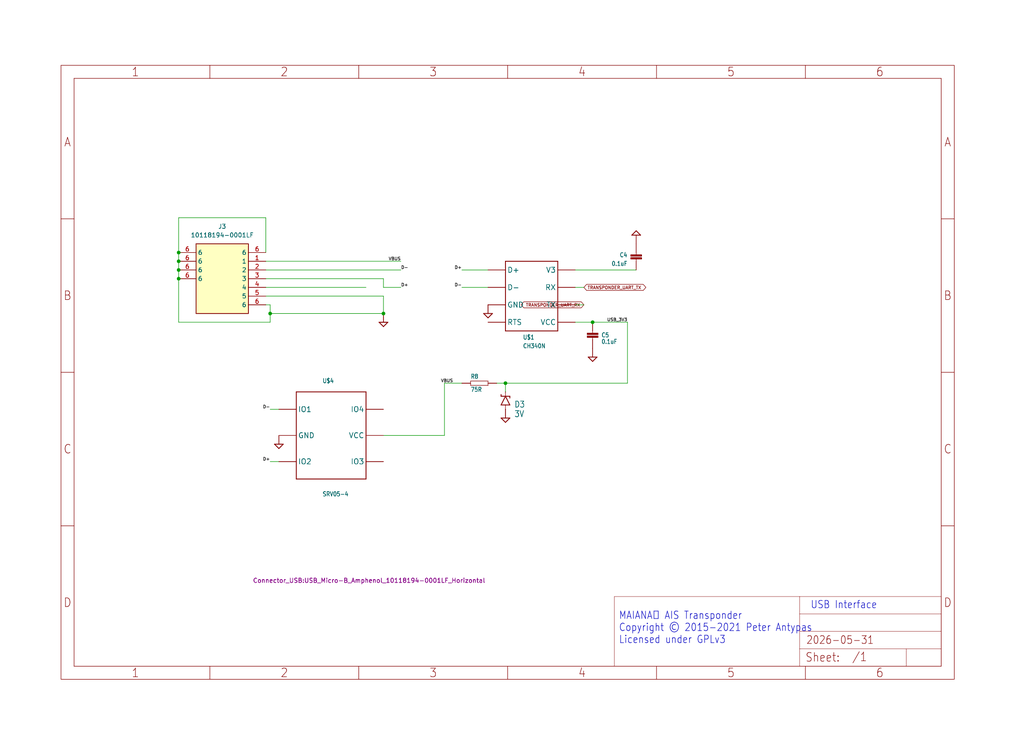
<source format=kicad_sch>
(kicad_sch (version 20250114) (generator "eeschema") (generator_version "9.0")
  (paper "User" 298.45 217.322)
  (lib_symbols
    (symbol "10118194-0001LF:10118194-0001LF"
      (property "Reference" "J3" (at 12.7 7.62 0))
      (property "Value" "10118194-0001LF" (at 12.7 5.08 0))
      (property "Footprint" "Connector_USB:USB_Micro-B_Amphenol_10118194-0001LF_Horizontal" (at 21.59 -94.92 0))
      (symbol "10118194-0001LF_1_1"
        (rectangle (start 5.08 2.54) (end 20.32 -17.78) (stroke (width 0.254)) (fill (type background)))
        (pin passive line (at 0 0 0) (length 5.08) (name "6") (number "6"))
        (pin passive line (at 0 -2.54 0) (length 5.08) (name "6") (number "6"))
        (pin passive line (at 0 -5.08 0) (length 5.08) (name "6") (number "6"))
        (pin passive line (at 0 -7.62 0) (length 5.08) (name "6") (number "6"))
        (pin passive line (at 25.4 0 180) (length 5.08) (name "6") (number "6"))
        (pin passive line (at 25.4 -2.54 180) (length 5.08) (name "1") (number "1"))
        (pin passive line (at 25.4 -5.08 180) (length 5.08) (name "2") (number "2"))
        (pin passive line (at 25.4 -7.62 180) (length 5.08) (name "3") (number "3"))
        (pin passive line (at 25.4 -10.16 180) (length 5.08) (name "4") (number "4"))
        (pin passive line (at 25.4 -12.7 180) (length 5.08) (name "5") (number "5"))
        (pin passive line (at 25.4 -15.24 180) (length 5.08) (name "6") (number "6"))
      )
    )
    (symbol "UARTBreakout-3.0-eagle-import:A4L-LOC"
      (symbol "A4L-LOC_1_0"
        (polyline (pts (xy 0 179.07) (xy 260.35 179.07) (xy 260.35 0) (xy 0 0) (xy 0 179.07)))
        (polyline (pts (xy 0 134.3025) (xy 3.81 134.3025)))
        (polyline (pts (xy 0 89.535) (xy 3.81 89.535)))
        (polyline (pts (xy 0 44.7675) (xy 3.81 44.7675)))
        (polyline (pts (xy 3.81 175.26) (xy 3.81 3.81)))
        (polyline (pts (xy 43.3917 179.07) (xy 43.3917 175.26)))
        (polyline (pts (xy 43.3917 3.81) (xy 43.3917 0)))
        (polyline (pts (xy 86.7833 179.07) (xy 86.7833 175.26)))
        (polyline (pts (xy 86.7833 3.81) (xy 86.7833 0)))
        (polyline (pts (xy 130.175 179.07) (xy 130.175 175.26)))
        (polyline (pts (xy 130.175 3.81) (xy 130.175 0)))
        (polyline (pts (xy 161.29 24.13) (xy 215.265 24.13)) (stroke (width 0.1016)))
        (polyline (pts (xy 161.29 3.81) (xy 161.29 24.13)) (stroke (width 0.1016)))
        (polyline (pts (xy 173.5667 179.07) (xy 173.5667 175.26)))
        (polyline (pts (xy 173.5667 3.81) (xy 173.5667 0)))
        (polyline (pts (xy 215.265 24.13) (xy 256.54 24.13)) (stroke (width 0.1016)))
        (polyline (pts (xy 215.265 19.05) (xy 215.265 24.13)) (stroke (width 0.1016)))
        (polyline (pts (xy 215.265 19.05) (xy 256.54 19.05)) (stroke (width 0.1016)))
        (polyline (pts (xy 215.265 13.97) (xy 215.265 19.05)) (stroke (width 0.1016)))
        (polyline (pts (xy 215.265 13.97) (xy 256.54 13.97)) (stroke (width 0.1016)))
        (polyline (pts (xy 215.265 8.89) (xy 215.265 13.97)) (stroke (width 0.1016)))
        (polyline (pts (xy 215.265 8.89) (xy 215.265 3.81)) (stroke (width 0.1016)))
        (polyline (pts (xy 216.9583 179.07) (xy 216.9583 175.26)))
        (polyline (pts (xy 216.9583 3.81) (xy 216.9583 0)))
        (polyline (pts (xy 246.38 8.89) (xy 215.265 8.89)) (stroke (width 0.1016)))
        (polyline (pts (xy 246.38 8.89) (xy 256.54 8.89)) (stroke (width 0.1016)))
        (polyline (pts (xy 246.38 3.81) (xy 246.38 8.89)) (stroke (width 0.1016)))
        (polyline (pts (xy 256.54 175.26) (xy 3.81 175.26)))
        (polyline (pts (xy 256.54 175.26) (xy 256.54 3.81)))
        (polyline (pts (xy 256.54 134.3025) (xy 260.35 134.3025)))
        (polyline (pts (xy 256.54 89.535) (xy 260.35 89.535)))
        (polyline (pts (xy 256.54 44.7675) (xy 260.35 44.7675)))
        (polyline (pts (xy 256.54 19.05) (xy 256.54 24.13)) (stroke (width 0.1016)))
        (polyline (pts (xy 256.54 13.97) (xy 256.54 19.05)) (stroke (width 0.1016)))
        (polyline (pts (xy 256.54 8.89) (xy 256.54 13.97)) (stroke (width 0.1016)))
        (polyline (pts (xy 256.54 3.81) (xy 3.81 3.81)))
        (polyline (pts (xy 256.54 3.81) (xy 256.54 8.89)) (stroke (width 0.1016)))
        (text "A" (at 1.905 156.6863 0) (effects (font (size 2.54 2.286))))
        (text "B" (at 1.905 111.9188 0) (effects (font (size 2.54 2.286))))
        (text "C" (at 1.905 67.1513 0) (effects (font (size 2.54 2.286))))
        (text "D" (at 1.905 22.3838 0) (effects (font (size 2.54 2.286))))
        (text "1" (at 21.6958 177.165 0) (effects (font (size 2.54 2.286))))
        (text "1" (at 21.6958 1.905 0) (effects (font (size 2.54 2.286))))
        (text "2" (at 65.0875 177.165 0) (effects (font (size 2.54 2.286))))
        (text "2" (at 65.0875 1.905 0) (effects (font (size 2.54 2.286))))
        (text "3" (at 108.4792 177.165 0) (effects (font (size 2.54 2.286))))
        (text "3" (at 108.4792 1.905 0) (effects (font (size 2.54 2.286))))
        (text "4" (at 151.8708 177.165 0) (effects (font (size 2.54 2.286))))
        (text "4" (at 151.8708 1.905 0) (effects (font (size 2.54 2.286))))
        (text "5" (at 195.2625 177.165 0) (effects (font (size 2.54 2.286))))
        (text "5" (at 195.2625 1.905 0) (effects (font (size 2.54 2.286))))
        (text "Sheet:" (at 216.916 4.953 0) (effects (font (size 2.54 2.159)) (justify left bottom)))
        (text "${PROJECTNAME}" (at 217.17 15.24 0) (effects (font (size 2.54 2.159)) (justify left bottom)))
        (text "${CURRENT_DATE}" (at 217.17 10.16 0) (effects (font (size 2.286 1.9431)) (justify left bottom)))
        (text "${#}/${##}" (at 230.505 5.08 0) (effects (font (size 2.54 2.159)) (justify left bottom)))
        (text "6" (at 238.6542 177.165 0) (effects (font (size 2.54 2.286))))
        (text "6" (at 238.6542 1.905 0) (effects (font (size 2.54 2.286))))
        (text "A" (at 258.445 156.6863 0) (effects (font (size 2.54 2.286))))
        (text "B" (at 258.445 111.9188 0) (effects (font (size 2.54 2.286))))
        (text "C" (at 258.445 67.1513 0) (effects (font (size 2.54 2.286))))
        (text "D" (at 258.445 22.3838 0) (effects (font (size 2.54 2.286))))
      )
    )
    (symbol "UARTBreakout-3.0-eagle-import:CAPACITOR0603"
      (property "Reference" "C" (at 2.54 2.54 0))
      (symbol "CAPACITOR0603_1_0"
        (rectangle (start -1.5875 -1.0795) (end 1.5875 -0.635) (fill (type outline)))
        (rectangle (start -1.5875 -1.905) (end 1.5875 -1.4605) (fill (type outline)))
        (polyline (pts (xy 0 0) (xy 0 -0.635)) (stroke (width 0.1524)))
        (polyline (pts (xy 0 -2.54) (xy 0 -1.905)) (stroke (width 0.1524)))
        (pin passive line (at 0 2.54 270) (length 2.54) (name "1") (number "P$1"))
        (pin passive line (at 0 -5.08 90) (length 2.54) (name "2") (number "P$2"))
      )
    )
    (symbol "UARTBreakout-3.0-eagle-import:CH330N"
      (symbol "CH330N_1_0"
        (polyline (pts (xy -7.62 10.16) (xy 7.62 10.16)) (stroke (width 0.254)))
        (polyline (pts (xy -7.62 -10.16) (xy -7.62 10.16)) (stroke (width 0.254)))
        (polyline (pts (xy 7.62 10.16) (xy 7.62 -10.16)) (stroke (width 0.254)))
        (polyline (pts (xy 7.62 -10.16) (xy -7.62 -10.16)) (stroke (width 0.254)))
        (pin bidirectional line (at -12.7 7.62 0) (length 5.08) (name "D+") (number "1"))
        (pin bidirectional line (at -12.7 2.54 0) (length 5.08) (name "D-") (number "2"))
        (pin bidirectional line (at -12.7 -2.54 0) (length 5.08) (name "GND") (number "3"))
        (pin bidirectional line (at -12.7 -7.62 0) (length 5.08) (name "RTS") (number "4"))
        (pin bidirectional line (at 12.7 7.62 180) (length 5.08) (name "V3") (number "8"))
        (pin bidirectional line (at 12.7 2.54 180) (length 5.08) (name "RX") (number "7"))
        (pin bidirectional line (at 12.7 -2.54 180) (length 5.08) (name "TX") (number "6"))
        (pin bidirectional line (at 12.7 -7.62 180) (length 5.08) (name "VCC") (number "5"))
      )
    )
    (symbol "UARTBreakout-3.0-eagle-import:DIODE-ZENER3.3V"
      (property "Reference" "D" (at 2.54 0.4826 0))
      (symbol "DIODE-ZENER3.3V_1_0"
        (polyline (pts (xy -2.54 0) (xy -1.27 0)) (stroke (width 0.1524)))
        (polyline (pts (xy -1.27 1.27) (xy -1.27 0)) (stroke (width 0.254)))
        (polyline (pts (xy -1.27 0) (xy -1.27 -1.27)) (stroke (width 0.254)))
        (polyline (pts (xy -1.27 -1.27) (xy 1.27 0)) (stroke (width 0.254)))
        (polyline (pts (xy 1.27 1.27) (xy 1.27 0)) (stroke (width 0.254)))
        (polyline (pts (xy 1.27 1.27) (xy 1.778 1.27)) (stroke (width 0.254)))
        (polyline (pts (xy 1.27 0) (xy -1.27 1.27)) (stroke (width 0.254)))
        (polyline (pts (xy 1.27 0) (xy 1.27 -1.27)) (stroke (width 0.254)))
        (polyline (pts (xy 1.27 -1.27) (xy 0.762 -1.27)) (stroke (width 0.254)))
        (polyline (pts (xy 2.54 0) (xy 1.27 0)) (stroke (width 0.1524)))
        (pin passive line (at -2.54 0 0) (length 0) (name "A") (number "A"))
        (pin passive line (at 2.54 0 180) (length 0) (name "C") (number "C"))
      )
    )
    (symbol "UARTBreakout-3.0-eagle-import:GND" (power)
      (symbol "GND_1_0"
        (polyline (pts (xy -1.27 0) (xy 1.27 0)) (stroke (width 0.254)))
        (polyline (pts (xy 0 -1.27) (xy -1.27 0)) (stroke (width 0.254)))
        (polyline (pts (xy 1.27 0) (xy 0 -1.27)) (stroke (width 0.254)))
        (pin power_in line (at 0 2.54 270) (length 2.54) (name "GND") (number "1"))
      )
    )
    (symbol "UARTBreakout-3.0-eagle-import:RESISTOR0603"
      (property "Reference" "R" (at -2.54 2.54 0))
      (symbol "RESISTOR0603_1_0"
        (polyline (pts (xy -2.54 0.635) (xy 2.54 0.635)) (stroke (width 0.1524)))
        (polyline (pts (xy -2.54 -0.635) (xy -2.54 0.635)) (stroke (width 0.1524)))
        (polyline (pts (xy 2.54 0.635) (xy 2.54 -0.635)) (stroke (width 0.1524)))
        (polyline (pts (xy 2.54 -0.635) (xy -2.54 -0.635)) (stroke (width 0.1524)))
        (pin passive line (at -5.08 0 0) (length 2.54) (name "P$1") (number "P$1"))
        (pin passive line (at 5.08 0 180) (length 2.54) (name "P$2") (number "P$2"))
      )
    )
    (symbol "UARTBreakout-3.0-eagle-import:SRV05-4"
      (symbol "SRV05-4_1_0"
        (polyline (pts (xy -10.16 12.7) (xy 10.16 12.7)) (stroke (width 0.254)))
        (polyline (pts (xy -10.16 -12.7) (xy -10.16 12.7)) (stroke (width 0.254)))
        (polyline (pts (xy 10.16 12.7) (xy 10.16 -12.7)) (stroke (width 0.254)))
        (polyline (pts (xy 10.16 -12.7) (xy -10.16 -12.7)) (stroke (width 0.254)))
        (pin bidirectional line (at -15.24 7.62 0) (length 5.08) (name "IO1") (number "1"))
        (pin bidirectional line (at -15.24 0 0) (length 5.08) (name "GND") (number "2"))
        (pin bidirectional line (at -15.24 -7.62 0) (length 5.08) (name "IO2") (number "3"))
        (pin bidirectional line (at 15.24 7.62 180) (length 5.08) (name "IO4") (number "6"))
        (pin bidirectional line (at 15.24 0 180) (length 5.08) (name "VCC") (number "5"))
        (pin bidirectional line (at 15.24 -7.62 180) (length 5.08) (name "IO3") (number "4"))
      )
    )
  )
  (text "USB Interface" (at 236.22 177.8 0) (effects (font (size 2.1844 1.8567)) (justify left bottom)))
  (text "MAIANA™ AIS Transponder\nCopyright © 2015-2021 Peter Antypas\nLicensed under GPLv3" (at 180.34 187.96 0) (effects (font (size 2.1844 1.8567)) (justify left bottom)))
  (junction (at 78.74 91.44))
  (junction (at 147.32 111.76))
  (junction (at 52.07 78.74))
  (junction (at 52.07 73.66))
  (junction (at 172.72 93.98))
  (junction (at 52.07 76.2))
  (junction (at 111.76 91.44))
  (junction (at 52.07 81.28))
  (wire (pts (xy 77.47 63.5) (xy 77.47 73.66)) (stroke (width 0.1524)))
  (wire (pts (xy 111.76 83.82) (xy 116.84 83.82)) (stroke (width 0.1524)))
  (wire (pts (xy 111.76 81.28) (xy 111.76 83.82)) (stroke (width 0.1524)))
  (wire (pts (xy 144.78 111.76) (xy 147.32 111.76)) (stroke (width 0.1524)))
  (wire (pts (xy 111.76 86.36) (xy 111.76 91.44)) (stroke (width 0.1524)))
  (wire (pts (xy 77.47 88.9) (xy 78.74 88.9)))
  (wire (pts (xy 52.07 63.5) (xy 52.07 73.66)) (stroke (width 0.1524)))
  (wire (pts (xy 52.07 76.2) (xy 52.07 78.74)) (stroke (width 0.1524)))
  (wire (pts (xy 77.47 83.82) (xy 106.68 83.82)))
  (wire (pts (xy 111.76 127) (xy 129.54 127)) (stroke (width 0.1524)))
  (wire (pts (xy 81.28 119.38) (xy 78.74 119.38)) (stroke (width 0.1524)))
  (wire (pts (xy 77.47 78.74) (xy 116.84 78.74)))
  (wire (pts (xy 81.28 134.62) (xy 78.74 134.62)) (stroke (width 0.1524)))
  (wire (pts (xy 134.62 83.82) (xy 142.24 83.82)) (stroke (width 0.1524)))
  (wire (pts (xy 78.74 93.98) (xy 52.07 93.98)) (stroke (width 0.1524)))
  (wire (pts (xy 52.07 63.5) (xy 77.47 63.5)) (stroke (width 0.1524)))
  (wire (pts (xy 52.07 81.28) (xy 52.07 93.98)) (stroke (width 0.1524)))
  (wire (pts (xy 78.74 91.44) (xy 78.74 93.98)) (stroke (width 0.1524)))
  (wire (pts (xy 77.47 86.36) (xy 111.76 86.36)))
  (wire (pts (xy 129.54 111.76) (xy 134.62 111.76)) (stroke (width 0.1524)))
  (wire (pts (xy 78.74 91.44) (xy 111.76 91.44)) (stroke (width 0.1524)))
  (wire (pts (xy 52.07 73.66) (xy 52.07 76.2)) (stroke (width 0.1524)))
  (wire (pts (xy 167.64 78.74) (xy 185.42 78.74)) (stroke (width 0.1524)))
  (wire (pts (xy 129.54 127) (xy 129.54 111.76)) (stroke (width 0.1524)))
  (wire (pts (xy 147.32 111.76) (xy 182.88 111.76)) (stroke (width 0.1524)))
  (wire (pts (xy 182.88 111.76) (xy 182.88 93.98)) (stroke (width 0.1524)))
  (wire (pts (xy 147.32 114.3) (xy 147.32 111.76)) (stroke (width 0.1524)))
  (wire (pts (xy 134.62 78.74) (xy 142.24 78.74)) (stroke (width 0.1524)))
  (wire (pts (xy 167.64 83.82) (xy 170.18 83.82)) (stroke (width 0.1524)))
  (wire (pts (xy 77.47 76.2) (xy 116.84 76.2)) (stroke (width 0.1524)))
  (wire (pts (xy 167.64 93.98) (xy 172.72 93.98)) (stroke (width 0.1524)))
  (wire (pts (xy 78.74 91.44) (xy 78.74 88.9)) (stroke (width 0.1524)))
  (wire (pts (xy 172.72 93.98) (xy 182.88 93.98)) (stroke (width 0.1524)))
  (wire (pts (xy 52.07 78.74) (xy 52.07 81.28)) (stroke (width 0.1524)))
  (wire (pts (xy 167.64 88.9) (xy 170.18 88.9)) (stroke (width 0.1524)))
  (wire (pts (xy 77.47 81.28) (xy 111.76 81.28)))
  (label "D+" (at 134.62 78.74 180) (effects (font (size 0.889 0.889))))
  (label "D-" (at 78.74 119.38 180) (effects (font (size 0.889 0.889))))
  (label "D-" (at 134.62 83.82 180) (effects (font (size 0.889 0.889))))
  (label "VBUS" (at 116.84 76.2 180) (effects (font (size 0.889 0.889))))
  (label "VBUS" (at 132.08 111.76 180) (effects (font (size 0.889 0.889))))
  (label "D-" (at 116.84 78.74 0) (effects (font (size 0.889 0.889))))
  (label "USB_3V3" (at 182.88 93.98 180) (effects (font (size 0.889 0.889))))
  (label "D+" (at 116.84 83.82 0) (effects (font (size 0.889 0.889))))
  (label "D+" (at 78.74 134.62 180) (effects (font (size 0.889 0.889))))
  (global_label "TRANSPONDER_UART_RX" (shape bidirectional) (at 170.18 88.9 180) (effects (font (size 0.889 0.889))) (property "Intersheetrefs" "${INTERSHEET_REFS}" (effects (hide yes))))
  (global_label "TRANSPONDER_UART_TX" (shape bidirectional) (at 170.18 83.82 0) (effects (font (size 0.889 0.889))) (property "Intersheetrefs" "${INTERSHEET_REFS}" (effects (hide yes))))
  (symbol (lib_id "UARTBreakout-3.0-eagle-import:GND") (at 147.32 121.92 0) (unit 1)
    (property "Reference" "#SUPPLY28" (effects (hide yes)))
    (property "Value" "GND" (effects (hide yes)))
  )
  (symbol (lib_id "UARTBreakout-3.0-eagle-import:SRV05-4") (at 96.52 127 0) (unit 1)
    (property "Reference" "U$4" (at 93.98 111.76 0) (effects (font (size 1.27 1.0795)) (justify left bottom)))
    (property "Value" "SRV05-4" (at 93.98 144.78 0) (effects (font (size 1.27 1.0795)) (justify left bottom)))
    (property "Footprint" "UARTBreakout-3.0:SOT23-6" (effects (hide yes)))
  )
  (symbol (lib_id "10118194-0001LF:10118194-0001LF") (at 52.07 73.66 0) (unit 1)
    (property "Reference" "J3" (at 64.77 66.04 0))
    (property "Value" "10118194-0001LF" (at 64.77 68.58 0))
    (property "Footprint" "Connector_USB:USB_Micro-B_Amphenol_10118194-0001LF_Horizontal" (at 73.66 168.58 0) (effects (justify left top)))
    (property "Datasheet" "https://www.amphenol-cs.com/micro-usb-101181940001lf.html" (effects (hide yes)))
    (property "Description" "Micro USB, Input Output Connectors, B TYPE RECEPTACLE with flange" (effects (hide yes)))
    (property "Height" "3.25" (effects (hide yes)))
    (property "Manufacturer_Name" "Amphenol Communications Solutions" (effects (hide yes)))
    (property "Manufacturer_Part_Number" "10118194-0001LF" (effects (hide yes)))
    (property "Arrow Part Number" "10118194-0001LF" (effects (hide yes)))
    (property "Arrow Price/Stock" "https://www.arrow.com/en/products/10118194-0001lf/amphenol-fci?utm_currency=USD&region=nac" (effects (hide yes)))
  )
  (symbol (lib_id "UARTBreakout-3.0-eagle-import:A4L-LOC") (at 17.78 198.12 0) (unit 1)
    (property "Reference" "#FRAME2" (effects (hide yes)))
    (property "Value" "A4L-LOC" (effects (hide yes)))
  )
  (symbol (lib_id "UARTBreakout-3.0-eagle-import:DIODE-ZENER3.3V") (at 147.32 116.84 90) (unit 1)
    (property "Reference" "D3" (at 149.86 118.8974 90) (effects (font (size 1.778 1.5113)) (justify right top)))
    (property "Value" "3V" (at 149.86 121.6914 90) (effects (font (size 1.778 1.5113)) (justify right top)))
    (property "Footprint" "UARTBreakout-3.0:SOD-323" (effects (hide yes)))
  )
  (symbol (lib_id "UARTBreakout-3.0-eagle-import:CH330N") (at 154.94 86.36 0) (unit 1)
    (property "Reference" "U$1" (at 152.4 99.06 0) (effects (font (size 1.27 1.0795)) (justify left bottom)))
    (property "Value" "CH340N" (at 152.4 101.6 0) (effects (font (size 1.27 1.0795)) (justify left bottom)))
    (property "Footprint" "UARTBreakout-3.0:SOIC-8" (effects (hide yes)))
    (property "PARTNO" "CH340N" (effects (hide yes)))
  )
  (symbol (lib_id "UARTBreakout-3.0-eagle-import:CAPACITOR0603") (at 172.72 96.52 0) (unit 1)
    (property "Reference" "C5" (at 175.26 98.425 0) (effects (font (size 1.27 1.0795)) (justify left bottom)))
    (property "Value" "0.1uF" (at 175.26 100.33 0) (effects (font (size 1.27 1.0795)) (justify left bottom)))
    (property "Footprint" "UARTBreakout-3.0:0603" (effects (hide yes)))
  )
  (symbol (lib_id "UARTBreakout-3.0-eagle-import:GND") (at 172.72 104.14 0) (unit 1)
    (property "Reference" "#SUPPLY20" (effects (hide yes)))
    (property "Value" "GND" (effects (hide yes)))
  )
  (symbol (lib_id "UARTBreakout-3.0-eagle-import:GND") (at 185.42 68.58 180) (unit 1)
    (property "Reference" "#SUPPLY19" (effects (hide yes)))
    (property "Value" "GND" (effects (hide yes)))
  )
  (symbol (lib_id "UARTBreakout-3.0-eagle-import:CAPACITOR0603") (at 185.42 76.2 180) (unit 1)
    (property "Reference" "C4" (at 182.88 73.66 0) (effects (font (size 1.27 1.0795)) (justify left bottom)))
    (property "Value" "0.1uF" (at 182.88 76.2 0) (effects (font (size 1.27 1.0795)) (justify left bottom)))
    (property "Footprint" "UARTBreakout-3.0:0603" (effects (hide yes)))
  )
  (symbol (lib_id "UARTBreakout-3.0-eagle-import:GND") (at 142.24 91.44 0) (unit 1)
    (property "Reference" "#SUPPLY17" (effects (hide yes)))
    (property "Value" "GND" (effects (hide yes)))
  )
  (symbol (lib_id "UARTBreakout-3.0-eagle-import:GND") (at 81.28 129.54 0) (unit 1)
    (property "Reference" "#SUPPLY23" (effects (hide yes)))
    (property "Value" "GND" (effects (hide yes)))
  )
  (symbol (lib_id "UARTBreakout-3.0-eagle-import:GND") (at 111.76 93.98 0) (unit 1)
    (property "Reference" "#SUPPLY21" (effects (hide yes)))
    (property "Value" "GND" (effects (hide yes)))
  )
  (symbol (lib_id "UARTBreakout-3.0-eagle-import:RESISTOR0603") (at 139.7 111.76 0) (unit 1)
    (property "Reference" "R8" (at 137.16 110.49 0) (effects (font (size 1.27 1.0795)) (justify left bottom)))
    (property "Value" "75R" (at 137.16 114.3 0) (effects (font (size 1.27 1.0795)) (justify left bottom)))
    (property "Footprint" "UARTBreakout-3.0:0603" (effects (hide yes)))
  )
)
</source>
